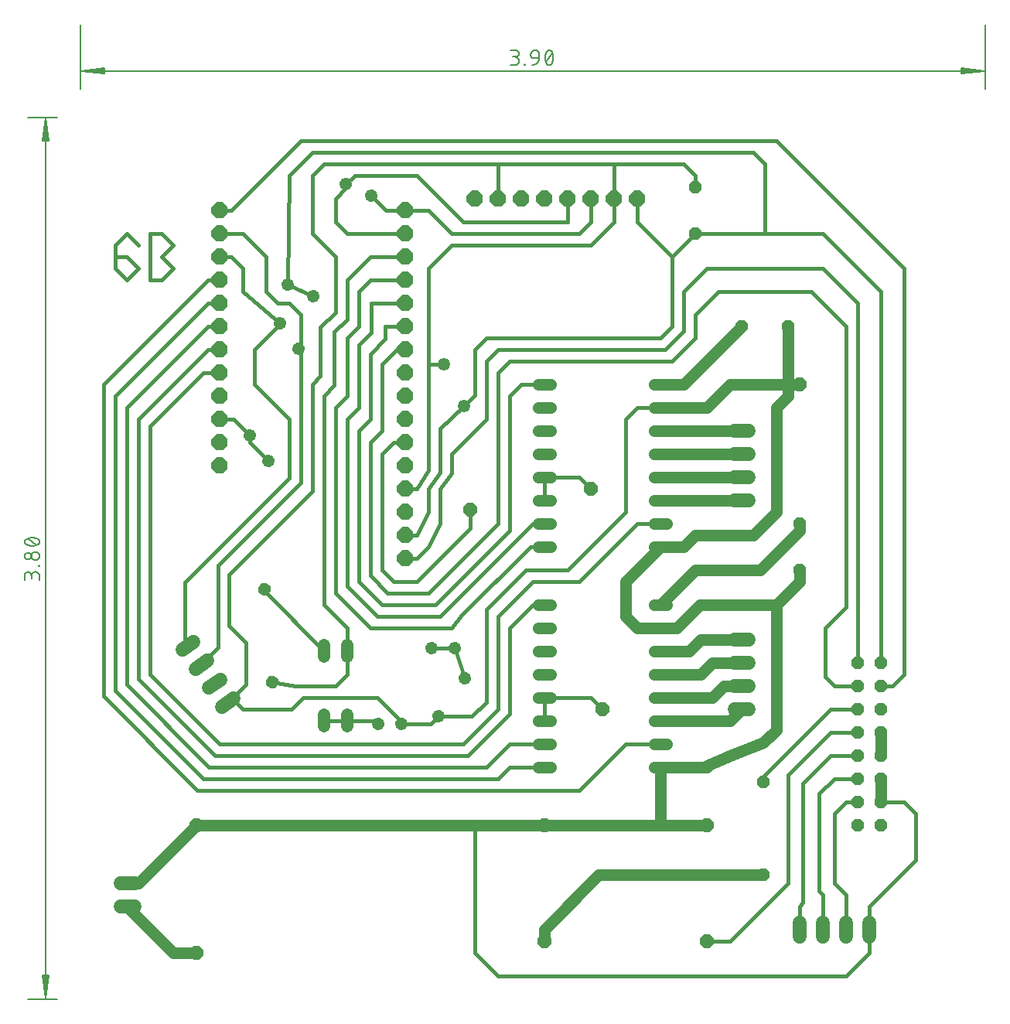
<source format=gbr>
G04 EAGLE Gerber RS-274X export*
G75*
%MOIN*%
%FSLAX34Y34*%
%LPD*%
%INTop Copper*%
%IPPOS*%
%AMOC8*
5,1,8,0,0,1.08239X$1,22.5*%
G01*
%ADD10C,0.005118*%
%ADD11C,0.006000*%
%ADD12C,0.060000*%
%ADD13C,0.051496*%
%ADD14P,0.075767X8X112.500000*%
%ADD15P,0.056284X8X82.500000*%
%ADD16P,0.056284X8X97.500000*%
%ADD17P,0.056284X8X22.500000*%
%ADD18P,0.056284X8X292.500000*%
%ADD19P,0.056284X8X137.500000*%
%ADD20P,0.056284X8X112.500000*%
%ADD21P,0.064943X8X22.500000*%
%ADD22P,0.056284X8X257.500000*%
%ADD23P,0.056284X8X77.500000*%
%ADD24C,0.052000*%
%ADD25P,0.056284X8X297.500000*%
%ADD26P,0.060614X8X292.500000*%
%ADD27P,0.075767X8X292.500000*%
%ADD28C,0.016000*%
%ADD29C,0.050000*%


D10*
X-3000Y0D02*
X-4268Y0D01*
X-4268Y38000D02*
X-3000Y38000D01*
X-3500Y37974D02*
X-3500Y26D01*
X-3626Y1024D01*
X-3374Y1024D01*
X-3500Y26D01*
X-3551Y1024D01*
X-3449Y1024D02*
X-3500Y26D01*
X-3602Y1024D01*
X-3398Y1024D02*
X-3500Y26D01*
X-3626Y36976D02*
X-3500Y37974D01*
X-3626Y36976D02*
X-3374Y36976D01*
X-3500Y37974D01*
X-3551Y36976D01*
X-3449Y36976D02*
X-3500Y37974D01*
X-3602Y36976D01*
X-3398Y36976D02*
X-3500Y37974D01*
D11*
X-3756Y18231D02*
X-3756Y18053D01*
X-3756Y18231D02*
X-3758Y18256D01*
X-3763Y18281D01*
X-3772Y18305D01*
X-3784Y18327D01*
X-3799Y18348D01*
X-3817Y18366D01*
X-3838Y18381D01*
X-3860Y18393D01*
X-3884Y18402D01*
X-3909Y18407D01*
X-3934Y18409D01*
X-3959Y18407D01*
X-3984Y18402D01*
X-4008Y18393D01*
X-4030Y18381D01*
X-4051Y18366D01*
X-4069Y18348D01*
X-4084Y18327D01*
X-4096Y18305D01*
X-4105Y18281D01*
X-4110Y18256D01*
X-4112Y18231D01*
X-4396Y18266D02*
X-4396Y18053D01*
X-4396Y18266D02*
X-4394Y18288D01*
X-4389Y18310D01*
X-4381Y18330D01*
X-4369Y18349D01*
X-4354Y18366D01*
X-4337Y18381D01*
X-4318Y18393D01*
X-4298Y18401D01*
X-4276Y18406D01*
X-4254Y18408D01*
X-4232Y18406D01*
X-4210Y18401D01*
X-4190Y18393D01*
X-4171Y18381D01*
X-4154Y18366D01*
X-4139Y18349D01*
X-4127Y18330D01*
X-4119Y18310D01*
X-4114Y18288D01*
X-4112Y18266D01*
X-4112Y18124D01*
X-3792Y18644D02*
X-3756Y18644D01*
X-3792Y18644D02*
X-3792Y18679D01*
X-3756Y18679D01*
X-3756Y18644D01*
X-3934Y18914D02*
X-3959Y18916D01*
X-3984Y18921D01*
X-4008Y18930D01*
X-4030Y18942D01*
X-4051Y18957D01*
X-4069Y18975D01*
X-4084Y18996D01*
X-4096Y19018D01*
X-4105Y19042D01*
X-4110Y19067D01*
X-4112Y19092D01*
X-4110Y19117D01*
X-4105Y19142D01*
X-4096Y19166D01*
X-4084Y19188D01*
X-4069Y19209D01*
X-4051Y19227D01*
X-4030Y19242D01*
X-4008Y19254D01*
X-3984Y19263D01*
X-3959Y19268D01*
X-3934Y19270D01*
X-3909Y19268D01*
X-3884Y19263D01*
X-3860Y19254D01*
X-3838Y19242D01*
X-3817Y19227D01*
X-3799Y19209D01*
X-3784Y19188D01*
X-3772Y19166D01*
X-3763Y19142D01*
X-3758Y19117D01*
X-3756Y19092D01*
X-3758Y19067D01*
X-3763Y19042D01*
X-3772Y19018D01*
X-3784Y18996D01*
X-3799Y18975D01*
X-3817Y18957D01*
X-3838Y18942D01*
X-3860Y18930D01*
X-3884Y18921D01*
X-3909Y18916D01*
X-3934Y18914D01*
X-4254Y18950D02*
X-4276Y18952D01*
X-4298Y18957D01*
X-4318Y18965D01*
X-4337Y18977D01*
X-4354Y18992D01*
X-4369Y19009D01*
X-4381Y19028D01*
X-4389Y19048D01*
X-4394Y19070D01*
X-4396Y19092D01*
X-4394Y19114D01*
X-4389Y19136D01*
X-4381Y19156D01*
X-4369Y19175D01*
X-4354Y19192D01*
X-4337Y19207D01*
X-4318Y19219D01*
X-4298Y19227D01*
X-4276Y19232D01*
X-4254Y19234D01*
X-4232Y19232D01*
X-4210Y19227D01*
X-4190Y19219D01*
X-4171Y19207D01*
X-4154Y19192D01*
X-4139Y19175D01*
X-4127Y19156D01*
X-4119Y19136D01*
X-4114Y19114D01*
X-4112Y19092D01*
X-4114Y19070D01*
X-4119Y19048D01*
X-4127Y19028D01*
X-4139Y19009D01*
X-4154Y18992D01*
X-4171Y18977D01*
X-4190Y18965D01*
X-4210Y18957D01*
X-4232Y18952D01*
X-4254Y18950D01*
X-4076Y19530D02*
X-4116Y19532D01*
X-4155Y19536D01*
X-4195Y19543D01*
X-4233Y19554D01*
X-4270Y19567D01*
X-4307Y19583D01*
X-4308Y19583D02*
X-4327Y19591D01*
X-4344Y19602D01*
X-4359Y19616D01*
X-4372Y19631D01*
X-4383Y19649D01*
X-4391Y19668D01*
X-4395Y19688D01*
X-4397Y19708D01*
X-4395Y19728D01*
X-4391Y19748D01*
X-4383Y19767D01*
X-4372Y19785D01*
X-4359Y19800D01*
X-4344Y19814D01*
X-4327Y19825D01*
X-4308Y19833D01*
X-4307Y19832D02*
X-4270Y19848D01*
X-4233Y19861D01*
X-4195Y19872D01*
X-4155Y19879D01*
X-4116Y19883D01*
X-4076Y19885D01*
X-4076Y19530D02*
X-4036Y19532D01*
X-3997Y19536D01*
X-3958Y19543D01*
X-3919Y19554D01*
X-3882Y19567D01*
X-3845Y19583D01*
X-3826Y19591D01*
X-3809Y19602D01*
X-3794Y19616D01*
X-3781Y19631D01*
X-3770Y19649D01*
X-3762Y19668D01*
X-3758Y19688D01*
X-3756Y19708D01*
X-3845Y19832D02*
X-3882Y19848D01*
X-3919Y19861D01*
X-3958Y19872D01*
X-3997Y19879D01*
X-4036Y19883D01*
X-4076Y19885D01*
X-3845Y19833D02*
X-3826Y19825D01*
X-3809Y19814D01*
X-3794Y19800D01*
X-3781Y19785D01*
X-3770Y19767D01*
X-3762Y19748D01*
X-3758Y19728D01*
X-3756Y19708D01*
X-3898Y19566D02*
X-4254Y19850D01*
D10*
X37000Y39232D02*
X37000Y42000D01*
X-2000Y42000D02*
X-2000Y39232D01*
X-1974Y40000D02*
X36974Y40000D01*
X35976Y40126D01*
X35976Y39874D01*
X36974Y40000D01*
X35976Y40051D01*
X35976Y39949D02*
X36974Y40000D01*
X35976Y40102D01*
X35976Y39898D02*
X36974Y40000D01*
X-976Y40126D02*
X-1974Y40000D01*
X-976Y40126D02*
X-976Y39874D01*
X-1974Y40000D01*
X-976Y40051D01*
X-976Y39949D02*
X-1974Y40000D01*
X-976Y40102D01*
X-976Y39898D02*
X-1974Y40000D01*
D11*
X16553Y40256D02*
X16731Y40256D01*
X16756Y40258D01*
X16781Y40263D01*
X16805Y40272D01*
X16827Y40284D01*
X16848Y40299D01*
X16866Y40317D01*
X16881Y40338D01*
X16893Y40360D01*
X16902Y40384D01*
X16907Y40409D01*
X16909Y40434D01*
X16907Y40459D01*
X16902Y40484D01*
X16893Y40508D01*
X16881Y40530D01*
X16866Y40551D01*
X16848Y40569D01*
X16827Y40584D01*
X16805Y40596D01*
X16781Y40605D01*
X16756Y40610D01*
X16731Y40612D01*
X16766Y40896D02*
X16553Y40896D01*
X16766Y40896D02*
X16788Y40894D01*
X16810Y40889D01*
X16830Y40881D01*
X16849Y40869D01*
X16866Y40854D01*
X16881Y40837D01*
X16893Y40818D01*
X16901Y40798D01*
X16906Y40776D01*
X16908Y40754D01*
X16906Y40732D01*
X16901Y40710D01*
X16893Y40690D01*
X16881Y40671D01*
X16866Y40654D01*
X16849Y40639D01*
X16830Y40627D01*
X16810Y40619D01*
X16788Y40614D01*
X16766Y40612D01*
X16624Y40612D01*
X17144Y40292D02*
X17144Y40256D01*
X17144Y40292D02*
X17179Y40292D01*
X17179Y40256D01*
X17144Y40256D01*
X17557Y40541D02*
X17770Y40541D01*
X17557Y40541D02*
X17535Y40543D01*
X17513Y40548D01*
X17493Y40556D01*
X17474Y40568D01*
X17457Y40583D01*
X17442Y40600D01*
X17430Y40619D01*
X17422Y40639D01*
X17417Y40661D01*
X17415Y40683D01*
X17415Y40718D01*
X17414Y40718D02*
X17416Y40743D01*
X17421Y40768D01*
X17430Y40792D01*
X17442Y40814D01*
X17457Y40835D01*
X17475Y40853D01*
X17496Y40868D01*
X17518Y40880D01*
X17542Y40889D01*
X17567Y40894D01*
X17592Y40896D01*
X17617Y40894D01*
X17642Y40889D01*
X17666Y40880D01*
X17688Y40868D01*
X17709Y40853D01*
X17727Y40835D01*
X17742Y40814D01*
X17754Y40792D01*
X17763Y40768D01*
X17768Y40743D01*
X17770Y40718D01*
X17770Y40541D01*
X17768Y40509D01*
X17763Y40478D01*
X17754Y40447D01*
X17742Y40418D01*
X17726Y40390D01*
X17708Y40364D01*
X17687Y40340D01*
X17663Y40319D01*
X17637Y40301D01*
X17609Y40285D01*
X17580Y40273D01*
X17549Y40264D01*
X17518Y40259D01*
X17486Y40257D01*
X18030Y40576D02*
X18032Y40616D01*
X18036Y40655D01*
X18043Y40695D01*
X18054Y40733D01*
X18067Y40770D01*
X18083Y40807D01*
X18083Y40808D02*
X18091Y40827D01*
X18102Y40844D01*
X18116Y40859D01*
X18131Y40872D01*
X18149Y40883D01*
X18168Y40891D01*
X18188Y40895D01*
X18208Y40897D01*
X18228Y40895D01*
X18248Y40891D01*
X18267Y40883D01*
X18285Y40872D01*
X18300Y40859D01*
X18314Y40844D01*
X18325Y40827D01*
X18333Y40808D01*
X18332Y40807D02*
X18348Y40770D01*
X18361Y40733D01*
X18372Y40695D01*
X18379Y40655D01*
X18383Y40616D01*
X18385Y40576D01*
X18030Y40576D02*
X18032Y40536D01*
X18036Y40497D01*
X18043Y40458D01*
X18054Y40419D01*
X18067Y40382D01*
X18083Y40345D01*
X18091Y40326D01*
X18102Y40309D01*
X18116Y40294D01*
X18131Y40281D01*
X18149Y40270D01*
X18168Y40262D01*
X18188Y40258D01*
X18208Y40256D01*
X18332Y40345D02*
X18348Y40382D01*
X18361Y40419D01*
X18372Y40458D01*
X18379Y40497D01*
X18383Y40536D01*
X18385Y40576D01*
X18333Y40345D02*
X18325Y40326D01*
X18314Y40309D01*
X18300Y40294D01*
X18285Y40281D01*
X18267Y40270D01*
X18248Y40262D01*
X18228Y40258D01*
X18208Y40256D01*
X18066Y40398D02*
X18350Y40754D01*
D12*
X2885Y15401D02*
X2394Y15057D01*
X2967Y14238D02*
X3459Y14582D01*
X4033Y13762D02*
X3541Y13418D01*
X4115Y12599D02*
X4606Y12943D01*
D13*
X17743Y26500D02*
X18257Y26500D01*
X18257Y25500D02*
X17743Y25500D01*
X17743Y24500D02*
X18257Y24500D01*
X18257Y23500D02*
X17743Y23500D01*
X17743Y22500D02*
X18257Y22500D01*
X18257Y21500D02*
X17743Y21500D01*
X17743Y20500D02*
X18257Y20500D01*
X18257Y19500D02*
X17743Y19500D01*
X22743Y19500D02*
X23257Y19500D01*
X23257Y20500D02*
X22743Y20500D01*
X22743Y21500D02*
X23257Y21500D01*
X23257Y22500D02*
X22743Y22500D01*
X22743Y23500D02*
X23257Y23500D01*
X23257Y24500D02*
X22743Y24500D01*
X22743Y25500D02*
X23257Y25500D01*
X23257Y26500D02*
X22743Y26500D01*
X18257Y17000D02*
X17743Y17000D01*
X17743Y16000D02*
X18257Y16000D01*
X18257Y15000D02*
X17743Y15000D01*
X17743Y14000D02*
X18257Y14000D01*
X18257Y13000D02*
X17743Y13000D01*
X17743Y12000D02*
X18257Y12000D01*
X18257Y11000D02*
X17743Y11000D01*
X17743Y10000D02*
X18257Y10000D01*
X22743Y10000D02*
X23257Y10000D01*
X23257Y11000D02*
X22743Y11000D01*
X22743Y12000D02*
X23257Y12000D01*
X23257Y13000D02*
X22743Y13000D01*
X22743Y14000D02*
X23257Y14000D01*
X23257Y15000D02*
X22743Y15000D01*
X22743Y16000D02*
X23257Y16000D01*
X23257Y17000D02*
X22743Y17000D01*
D14*
X12000Y19000D03*
X12000Y20000D03*
X12000Y21000D03*
X12000Y22000D03*
X12000Y23000D03*
X12000Y24000D03*
X12000Y25000D03*
X12000Y26000D03*
X12000Y27000D03*
X12000Y28000D03*
X12000Y29000D03*
X12000Y30000D03*
X12000Y31000D03*
X12000Y32000D03*
X12000Y33000D03*
X12000Y34000D03*
X4000Y34000D03*
X4000Y33000D03*
X4000Y32000D03*
X4000Y31000D03*
X4000Y30000D03*
X4000Y29000D03*
X4000Y28000D03*
X4000Y27000D03*
X4000Y26000D03*
X4000Y25000D03*
X4000Y24000D03*
X4000Y23000D03*
D15*
X8050Y30285D03*
X10550Y34615D03*
X6950Y30785D03*
X9450Y35115D03*
D16*
X5303Y24285D03*
X6597Y29115D03*
X6103Y23185D03*
X7397Y28015D03*
D17*
X26500Y29000D03*
X28500Y29000D03*
D18*
X29000Y20500D03*
X29000Y18500D03*
D19*
X14523Y25544D03*
X13677Y27356D03*
D20*
X24500Y33000D03*
X24500Y35000D03*
D12*
X26200Y12500D02*
X26800Y12500D01*
X26800Y13500D02*
X26200Y13500D01*
X26200Y14500D02*
X26800Y14500D01*
X26800Y15500D02*
X26200Y15500D01*
D21*
X3000Y7500D03*
X3000Y2000D03*
X18000Y7500D03*
X18000Y2500D03*
X25000Y7500D03*
X25000Y2500D03*
D22*
X13147Y15138D03*
X10853Y11862D03*
D23*
X11853Y11862D03*
X14147Y15138D03*
X13426Y12181D03*
X14574Y13819D03*
D24*
X8500Y12260D02*
X8500Y11740D01*
X9500Y11740D02*
X9500Y12260D01*
X9500Y14740D02*
X9500Y15260D01*
X8500Y15260D02*
X8500Y14740D01*
D25*
X5926Y17642D03*
X6274Y13658D03*
D12*
X29000Y3300D02*
X29000Y2700D01*
X30000Y2700D02*
X30000Y3300D01*
X31000Y3300D02*
X31000Y2700D01*
X32000Y2700D02*
X32000Y3300D01*
X26800Y21500D02*
X26200Y21500D01*
X26200Y22500D02*
X26800Y22500D01*
X26800Y23500D02*
X26200Y23500D01*
X26200Y24500D02*
X26800Y24500D01*
D20*
X27450Y5350D03*
X27450Y9350D03*
D21*
X29000Y26500D03*
D26*
X31500Y14500D03*
X32500Y14500D03*
X31500Y13500D03*
X32500Y13500D03*
X31500Y12500D03*
X32500Y12500D03*
X31500Y11500D03*
X32500Y11500D03*
X31500Y10500D03*
X32500Y10500D03*
X31500Y9500D03*
X32500Y9500D03*
X31500Y8500D03*
X32500Y8500D03*
X31500Y7500D03*
X32500Y7500D03*
D27*
X19000Y34500D03*
X18000Y34500D03*
X20000Y34500D03*
X21000Y34500D03*
X22000Y34500D03*
X17000Y34500D03*
X16000Y34500D03*
X15000Y34500D03*
D12*
X350Y5000D02*
X-250Y5000D01*
X-250Y4000D02*
X350Y4000D01*
D21*
X20500Y12500D03*
X20000Y22000D03*
X14800Y21100D03*
D28*
X4000Y30000D02*
X3500Y30000D01*
X-500Y26000D01*
X16500Y10000D02*
X18000Y10000D01*
X16500Y10000D02*
X16000Y9500D01*
X-500Y13300D02*
X-500Y26000D01*
X3300Y9500D02*
X16000Y9500D01*
X3300Y9500D02*
X-500Y13300D01*
X27500Y33000D02*
X27500Y36000D01*
X27000Y36500D02*
X8000Y36500D01*
X27000Y36500D02*
X27500Y36000D01*
X27500Y33000D02*
X30000Y33000D01*
X27500Y33000D02*
X24500Y33000D01*
X30000Y33000D02*
X32500Y30500D01*
X12500Y20000D02*
X12000Y20000D01*
X12500Y20000D02*
X13000Y21000D01*
X32500Y14500D02*
X32500Y30500D01*
X8000Y36500D02*
X7000Y35500D01*
X14523Y25544D02*
X13500Y24596D01*
X13500Y22700D01*
X14523Y25544D02*
X15000Y26021D01*
X15000Y28000D01*
X22000Y33500D02*
X22000Y34500D01*
X8050Y30285D02*
X6950Y30785D01*
X7000Y35500D01*
X18000Y13000D02*
X20000Y13000D01*
X20500Y12500D01*
X19500Y22500D02*
X18000Y22500D01*
X19500Y22500D02*
X20000Y22000D01*
X23500Y29000D02*
X23500Y32000D01*
X23500Y29000D02*
X23000Y28500D01*
X15500Y28500D01*
X15000Y28000D01*
X22000Y33500D02*
X23500Y32000D01*
X24500Y33000D01*
X13000Y22000D02*
X13000Y21000D01*
X13000Y22000D02*
X13500Y22700D01*
X18000Y22500D02*
X18000Y21500D01*
X18000Y13000D02*
X18000Y12000D01*
X13500Y16500D02*
X10800Y16500D01*
X9500Y17800D02*
X9500Y25000D01*
X9500Y17800D02*
X10800Y16500D01*
X17500Y20500D02*
X18000Y20500D01*
X17500Y20500D02*
X13500Y16500D01*
X12000Y30000D02*
X10525Y30000D01*
X10525Y28725D01*
X10000Y28200D01*
X10000Y25500D02*
X9500Y25000D01*
X10000Y25500D02*
X10000Y28200D01*
X4500Y34000D02*
X7500Y37000D01*
X4500Y34000D02*
X4000Y34000D01*
X7500Y37000D02*
X28000Y37000D01*
X33500Y31500D01*
X33500Y14000D01*
X33000Y13500D02*
X32500Y13500D01*
X33000Y13500D02*
X33500Y14000D01*
X9500Y33000D02*
X9000Y33500D01*
X9500Y33000D02*
X12000Y33000D01*
X9000Y33500D02*
X9000Y34500D01*
X19000Y34500D02*
X19000Y33500D01*
X14500Y33500D01*
X12500Y35500D01*
X9835Y35500D02*
X9450Y35115D01*
X9835Y35500D02*
X12500Y35500D01*
X9450Y34950D02*
X9000Y34500D01*
X9450Y34950D02*
X9450Y35115D01*
X4588Y25000D02*
X5303Y24285D01*
X4588Y25000D02*
X4000Y25000D01*
X5303Y24285D02*
X5303Y23985D01*
X6103Y23185D01*
X4500Y32000D02*
X4000Y32000D01*
X5000Y30496D02*
X6597Y29115D01*
X5000Y31500D02*
X4500Y32000D01*
X5000Y31500D02*
X5000Y30496D01*
X7000Y25000D02*
X7000Y22450D01*
X5500Y26500D02*
X5500Y28000D01*
X6597Y29097D01*
X6597Y29115D01*
X5500Y26500D02*
X7000Y25000D01*
X7000Y22450D02*
X2500Y17950D01*
X2500Y15368D02*
X2640Y15229D01*
X2500Y15368D02*
X2500Y17950D01*
X3500Y29000D02*
X4000Y29000D01*
X3500Y29000D02*
X0Y25500D01*
X16500Y11000D02*
X18000Y11000D01*
X16500Y11000D02*
X15500Y10000D01*
X3550Y10000D01*
X0Y13550D02*
X0Y25500D01*
X0Y13550D02*
X3550Y10000D01*
X4000Y33000D02*
X5000Y33000D01*
X6000Y32000D01*
X6000Y30500D01*
X7485Y28015D02*
X7500Y28000D01*
X7485Y28015D02*
X7397Y28015D01*
X7500Y28000D02*
X7500Y22250D01*
X6500Y30000D02*
X6000Y30500D01*
X6500Y30000D02*
X7000Y30000D01*
X7500Y29500D01*
X7500Y28000D01*
X7500Y22250D02*
X3950Y18700D01*
X3950Y15146D02*
X3213Y14410D01*
X3950Y15146D02*
X3950Y18700D01*
X8500Y12000D02*
X9500Y12000D01*
X10853Y11862D02*
X10885Y12000D01*
X9500Y12000D01*
X16000Y28000D02*
X23200Y28000D01*
X25000Y31500D02*
X30000Y31500D01*
X12500Y19000D02*
X12000Y19000D01*
X12500Y19000D02*
X13000Y19500D01*
X13500Y20500D01*
X14000Y22650D02*
X14000Y23500D01*
X15500Y25000D02*
X15500Y27500D01*
X15500Y25000D02*
X14000Y23500D01*
X31500Y30000D02*
X31500Y14500D01*
X31500Y30000D02*
X30000Y31500D01*
X16000Y28000D02*
X15500Y27500D01*
X23200Y28000D02*
X24000Y28800D01*
X24000Y30500D01*
X25000Y31500D01*
X13500Y22000D02*
X13500Y20500D01*
X13500Y22000D02*
X14000Y22650D01*
X9000Y25500D02*
X9000Y17500D01*
X9500Y28500D02*
X10000Y29000D01*
X9000Y17500D02*
X10500Y16000D01*
X17400Y19500D02*
X18000Y19500D01*
X17400Y19500D02*
X14450Y16550D01*
X14000Y16000D01*
X10500Y16000D01*
X10000Y29000D02*
X10000Y30500D01*
X10500Y31000D02*
X12000Y31000D01*
X9500Y26000D02*
X9000Y25500D01*
X9500Y26000D02*
X9500Y28500D01*
X10000Y30500D02*
X10500Y31000D01*
D29*
X25750Y13500D02*
X26500Y13500D01*
X25750Y13500D02*
X25250Y13000D01*
X23000Y13000D01*
X26000Y12000D02*
X26500Y12500D01*
X26000Y12000D02*
X23000Y12000D01*
X23000Y24500D02*
X26500Y24500D01*
X26500Y23500D02*
X23000Y23500D01*
X23000Y22500D02*
X26500Y22500D01*
X26500Y21500D02*
X23000Y21500D01*
D28*
X30500Y9500D02*
X31500Y9500D01*
X30500Y9500D02*
X29850Y8850D01*
X29850Y4650D01*
X30000Y4500D02*
X30000Y3000D01*
X30000Y4500D02*
X29850Y4650D01*
X31000Y8500D02*
X31500Y8500D01*
X30500Y8000D02*
X30500Y5000D01*
X31000Y4500D02*
X31000Y3000D01*
X31000Y4500D02*
X30500Y5000D01*
X30500Y8000D02*
X31000Y8500D01*
D29*
X26500Y15500D02*
X24750Y15500D01*
X24250Y15000D01*
X23000Y15000D01*
X25250Y14500D02*
X26500Y14500D01*
X25250Y14500D02*
X24750Y14000D01*
X23000Y14000D01*
D28*
X12000Y32000D02*
X10500Y32000D01*
X9500Y31000D02*
X9500Y29300D01*
X8950Y28750D01*
X8500Y26000D02*
X8500Y17000D01*
X9500Y15000D02*
X9500Y14000D01*
X9500Y16000D02*
X8500Y17000D01*
X9500Y16000D02*
X9500Y15000D01*
X9500Y31000D02*
X10500Y32000D01*
X9500Y14000D02*
X9000Y13500D01*
X8950Y26450D02*
X8950Y28750D01*
X8950Y26450D02*
X8500Y26000D01*
X9000Y13500D02*
X7265Y13500D01*
X6274Y13658D01*
X13147Y15138D02*
X14147Y15138D01*
X14574Y13819D01*
X12000Y24000D02*
X11500Y24000D01*
X11000Y23500D01*
X11000Y18500D01*
X11500Y18000D01*
X12500Y18000D01*
X14800Y20300D01*
X14800Y21100D01*
X4000Y31000D02*
X3500Y31000D01*
X-1000Y26500D01*
X19500Y9000D02*
X21500Y11000D01*
X23000Y11000D01*
X3050Y9000D02*
X-1000Y13050D01*
X3050Y9000D02*
X19500Y9000D01*
X-1000Y13050D02*
X-1000Y26500D01*
X28500Y9650D02*
X30350Y11500D01*
X31500Y11500D01*
X28500Y9650D02*
X28500Y5000D01*
X26000Y2500D02*
X25000Y2500D01*
X26000Y2500D02*
X28500Y5000D01*
X3300Y27000D02*
X1000Y24700D01*
X1000Y14000D01*
X4000Y11000D01*
X14500Y11000D01*
X4000Y27000D02*
X3300Y27000D01*
X16000Y12500D02*
X14500Y11000D01*
X16000Y16500D02*
X17500Y18000D01*
X19500Y18000D01*
X22000Y20500D01*
X23000Y20500D01*
X16000Y16500D02*
X16000Y12500D01*
X4000Y28000D02*
X3500Y28000D01*
X500Y25000D01*
X500Y13800D01*
X3800Y10500D01*
X14700Y10500D01*
X16500Y12300D01*
X16500Y16000D01*
X17500Y17000D02*
X18000Y17000D01*
X17500Y17000D02*
X16500Y16000D01*
X13300Y17000D02*
X11000Y17000D01*
X13300Y17000D02*
X16500Y20200D01*
X11000Y17000D02*
X10000Y18000D01*
X17000Y26500D02*
X18000Y26500D01*
X16500Y26000D02*
X16500Y20200D01*
X10000Y18000D02*
X10000Y24500D01*
X10500Y27800D02*
X11150Y28450D01*
X10500Y27800D02*
X10500Y25000D01*
X10000Y24500D01*
X11150Y29000D02*
X12000Y29000D01*
X11150Y29000D02*
X11150Y28450D01*
X16500Y26000D02*
X17000Y26500D01*
D29*
X32500Y11500D02*
X32500Y10500D01*
X24000Y26500D02*
X23000Y26500D01*
X29000Y20500D02*
X29000Y20200D01*
X27300Y18500D01*
X24500Y18500D02*
X23000Y17000D01*
X18000Y3000D02*
X18000Y2500D01*
X18000Y3000D02*
X20350Y5350D01*
X24000Y26500D02*
X26500Y29000D01*
X27300Y18500D02*
X24500Y18500D01*
X27450Y5350D02*
X20350Y5350D01*
D28*
X30350Y10500D02*
X31500Y10500D01*
X30350Y10500D02*
X29150Y9300D01*
X29150Y4150D01*
X29000Y4000D01*
X29000Y3000D01*
X30350Y12500D02*
X31500Y12500D01*
X30350Y12500D02*
X27450Y9600D01*
X27450Y9350D01*
X-500Y32000D02*
X-500Y32500D01*
X-500Y32000D02*
X0Y32000D01*
X500Y31500D01*
X0Y31000D01*
X-500Y32500D02*
X0Y33000D01*
X-500Y31500D02*
X0Y31000D01*
X-500Y31500D02*
X-500Y32000D01*
X0Y33000D02*
X500Y32500D01*
X10500Y18250D02*
X11250Y17500D01*
X13000Y17500D01*
X16500Y27500D02*
X23500Y27500D01*
X16000Y20500D02*
X13000Y17500D01*
X16000Y20500D02*
X16000Y27000D01*
X23500Y27500D02*
X24500Y28500D01*
X29500Y30500D02*
X31000Y29000D01*
X31000Y16900D01*
X31500Y13500D02*
X30500Y13500D01*
X11650Y28000D02*
X11000Y27350D01*
X10500Y24000D02*
X10500Y18250D01*
X10500Y24000D02*
X11000Y24500D01*
X11000Y27350D01*
X11650Y28000D02*
X12000Y28000D01*
X30100Y13900D02*
X30500Y13500D01*
X30100Y13900D02*
X30100Y16000D01*
X31000Y16900D01*
X16500Y27500D02*
X16000Y27000D01*
X24500Y28500D02*
X24500Y29500D01*
X25500Y30500D02*
X29500Y30500D01*
X25500Y30500D02*
X24500Y29500D01*
X19500Y33000D02*
X14000Y33000D01*
X13000Y34000D01*
X19500Y33000D02*
X20000Y33500D01*
X20000Y34500D01*
X11165Y34000D02*
X10550Y34615D01*
X11165Y34000D02*
X12000Y34000D01*
X13000Y34000D01*
X13426Y12181D02*
X13096Y11850D01*
X11865Y11850D01*
D29*
X22000Y16000D02*
X23000Y16000D01*
D28*
X19000Y18500D02*
X17200Y18500D01*
X15500Y16800D01*
X15500Y12800D01*
D29*
X21500Y16500D02*
X21500Y18000D01*
X28500Y26000D02*
X28500Y26500D01*
D28*
X24500Y35500D02*
X24000Y36000D01*
X21000Y36000D01*
X16000Y36000D01*
X8500Y36000D01*
X8000Y35500D01*
X8000Y33000D01*
X9000Y32000D01*
X8000Y26500D02*
X8000Y21900D01*
X8350Y28950D02*
X9000Y29600D01*
D29*
X23000Y19500D02*
X24000Y19500D01*
D28*
X21500Y21000D02*
X19000Y18500D01*
X21500Y21000D02*
X21500Y25000D01*
D29*
X23000Y16000D02*
X23700Y16000D01*
X24500Y20000D02*
X27000Y20000D01*
X25000Y25500D02*
X23000Y25500D01*
X24700Y17000D02*
X23700Y16000D01*
X24000Y19500D02*
X24500Y20000D01*
X23000Y19500D02*
X21500Y18000D01*
D28*
X9000Y29600D02*
X9000Y32000D01*
X7600Y13000D02*
X10800Y13000D01*
X11853Y11947D01*
X22000Y25500D02*
X23000Y25500D01*
D29*
X28500Y26500D02*
X29000Y26500D01*
X28000Y21000D02*
X27000Y20000D01*
X28000Y17000D02*
X28000Y11600D01*
X29000Y18000D02*
X29000Y18500D01*
X29000Y18000D02*
X28000Y17000D01*
X24700Y17000D01*
X25000Y25500D02*
X26000Y26500D01*
X28500Y26500D01*
X28500Y29000D01*
X25000Y10000D02*
X23000Y10000D01*
X32500Y9500D02*
X32500Y8500D01*
D28*
X8350Y26850D02*
X8350Y28950D01*
X8350Y26850D02*
X8000Y26500D01*
X15500Y12800D02*
X14881Y12181D01*
X21500Y25000D02*
X22000Y25500D01*
D29*
X21500Y16500D02*
X22000Y16000D01*
D11*
X11865Y11850D02*
X11853Y11862D01*
D28*
X11853Y11947D01*
X13426Y12181D02*
X14881Y12181D01*
X16000Y1000D02*
X31000Y1000D01*
D29*
X25000Y7500D02*
X23000Y7500D01*
X23000Y10000D01*
D28*
X12500Y22000D02*
X12000Y22000D01*
X13000Y22800D02*
X13000Y27356D01*
X21000Y33500D02*
X21000Y34500D01*
X20000Y32500D02*
X14000Y32500D01*
X13000Y31500D01*
X13000Y27356D02*
X13677Y27356D01*
X13000Y27356D02*
X13000Y31500D01*
X16000Y34500D02*
X16000Y36000D01*
X21000Y36000D02*
X21000Y34500D01*
X21000Y33500D02*
X20000Y32500D01*
X24500Y35000D02*
X24500Y35500D01*
D29*
X15000Y7500D02*
X3000Y7500D01*
X15000Y7500D02*
X18000Y7500D01*
X23000Y7500D01*
X27450Y11050D02*
X28000Y11600D01*
D28*
X34000Y8000D02*
X34000Y6000D01*
X33500Y8500D02*
X32500Y8500D01*
X32000Y3000D02*
X32000Y2000D01*
X31000Y1000D01*
D29*
X28000Y21000D02*
X28000Y25500D01*
X28500Y26000D01*
D28*
X34000Y6000D02*
X32000Y4000D01*
X32000Y3000D01*
X5150Y13561D02*
X5150Y15350D01*
X7600Y13000D02*
X7100Y12500D01*
X5150Y15350D02*
X4400Y16100D01*
X4400Y18300D01*
X8000Y21900D01*
D11*
X500Y5000D02*
X50Y5000D01*
D29*
X500Y5000D02*
X3000Y7500D01*
D28*
X15000Y2000D02*
X16000Y1000D01*
X33500Y8500D02*
X34000Y8000D01*
X25000Y10000D02*
X25000Y10050D01*
D29*
X26000Y10500D02*
X27450Y11050D01*
X26000Y10500D02*
X25000Y10050D01*
D28*
X15000Y7500D02*
X15000Y2000D01*
X4729Y12771D02*
X4360Y12771D01*
X4729Y12771D02*
X5000Y12500D01*
X7100Y12500D01*
X5150Y13561D02*
X4360Y12771D01*
X12500Y22000D02*
X13000Y22800D01*
D11*
X50Y4000D02*
X50Y3950D01*
D29*
X2000Y2000D01*
X3000Y2000D01*
D28*
X5926Y17574D02*
X5926Y17642D01*
X5926Y17574D02*
X8500Y15000D01*
X1500Y33000D02*
X1000Y33000D01*
X1500Y33000D02*
X2000Y32500D01*
X1500Y32000D01*
X2000Y31500D01*
X1500Y31000D01*
X1000Y31000D01*
X1000Y33000D01*
M02*

</source>
